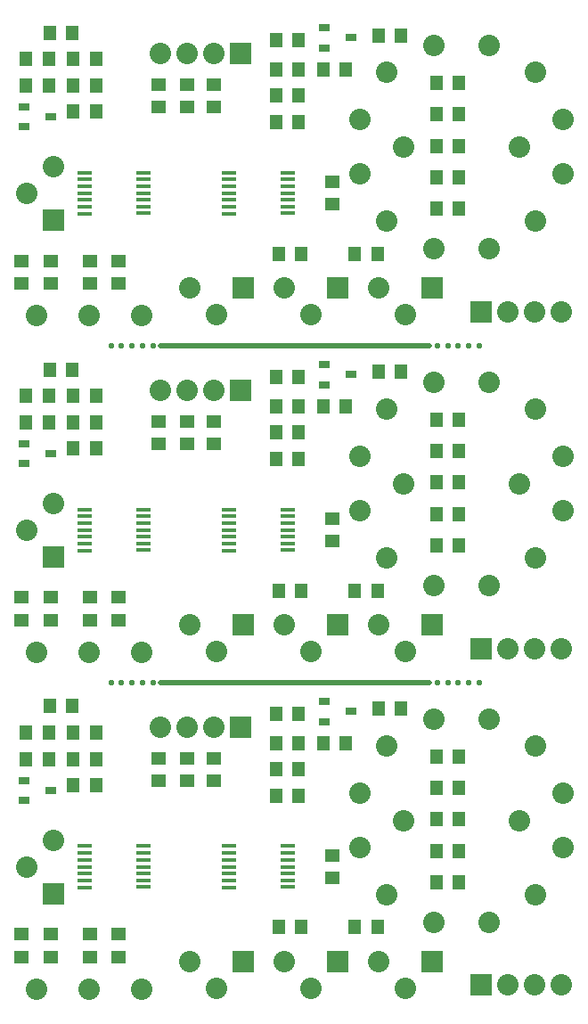
<source format=gts>
G04 (created by PCBNEW (2013-07-07 BZR 4022)-stable) date 2014-08-05 10:31:38 AM*
%MOIN*%
G04 Gerber Fmt 3.4, Leading zero omitted, Abs format*
%FSLAX34Y34*%
G01*
G70*
G90*
G04 APERTURE LIST*
%ADD10C,0.00590551*%
%ADD11O,1.0252X0.0212598*%
%ADD12C,0.0802748*%
%ADD13R,0.0409748X0.0291748*%
%ADD14R,0.0565748X0.0465748*%
%ADD15R,0.0465748X0.0565748*%
%ADD16R,0.0802748X0.0802748*%
%ADD17C,0.080315*%
%ADD18R,0.0527748X0.0133748*%
%ADD19C,0.0212598*%
G04 APERTURE END LIST*
G54D10*
G54D11*
X21259Y-32874D03*
X21259Y-20275D03*
G54D12*
X13543Y-44330D03*
X11574Y-44330D03*
X15511Y-44330D03*
G54D13*
X12114Y-36909D03*
X11114Y-37284D03*
X11114Y-36534D03*
G54D14*
X17224Y-36547D03*
X17224Y-35697D03*
G54D15*
X26543Y-40354D03*
X27393Y-40354D03*
X26543Y-39173D03*
X27393Y-39173D03*
X26543Y-37992D03*
X27393Y-37992D03*
X26543Y-36811D03*
X27393Y-36811D03*
X26543Y-35629D03*
X27393Y-35629D03*
X12960Y-36712D03*
X13810Y-36712D03*
X11189Y-34744D03*
X12039Y-34744D03*
X12960Y-34744D03*
X13810Y-34744D03*
G54D14*
X18208Y-36547D03*
X18208Y-35697D03*
G54D15*
X21389Y-37106D03*
X20539Y-37106D03*
G54D14*
X14665Y-42291D03*
X14665Y-43141D03*
G54D15*
X12960Y-35728D03*
X13810Y-35728D03*
G54D14*
X13582Y-43141D03*
X13582Y-42291D03*
G54D15*
X11189Y-35728D03*
X12039Y-35728D03*
X12075Y-33759D03*
X12925Y-33759D03*
G54D16*
X19216Y-34547D03*
G54D12*
X18216Y-34547D03*
X17216Y-34547D03*
X16216Y-34547D03*
G54D17*
X23677Y-37011D03*
X24696Y-35248D03*
X26460Y-34228D03*
X28500Y-34228D03*
X30263Y-35248D03*
X31283Y-37011D03*
X29645Y-38031D03*
X25314Y-38031D03*
X23677Y-39051D03*
X24696Y-40814D03*
X26460Y-41834D03*
X28500Y-41834D03*
X30263Y-40814D03*
X31283Y-39051D03*
G54D13*
X23334Y-33956D03*
X22334Y-34331D03*
X22334Y-33581D03*
G54D15*
X22311Y-35137D03*
X23161Y-35137D03*
X24378Y-33858D03*
X25228Y-33858D03*
G54D14*
X22637Y-39338D03*
X22637Y-40188D03*
G54D15*
X20539Y-35137D03*
X21389Y-35137D03*
X21389Y-36122D03*
X20539Y-36122D03*
X20539Y-34055D03*
X21389Y-34055D03*
G54D12*
X18307Y-44307D03*
X17307Y-43307D03*
G54D16*
X19307Y-43307D03*
G54D12*
X21850Y-44307D03*
X20850Y-43307D03*
G54D16*
X22850Y-43307D03*
G54D12*
X25393Y-44307D03*
X24393Y-43307D03*
G54D16*
X26393Y-43307D03*
G54D12*
X11204Y-39763D03*
X12204Y-38763D03*
G54D16*
X12204Y-40763D03*
G54D14*
X12106Y-43141D03*
X12106Y-42291D03*
X11023Y-43141D03*
X11023Y-42291D03*
X16141Y-36547D03*
X16141Y-35697D03*
G54D16*
X28224Y-44192D03*
G54D12*
X29224Y-44192D03*
X30224Y-44192D03*
X31224Y-44192D03*
G54D15*
X23492Y-42027D03*
X24342Y-42027D03*
X20637Y-42027D03*
X21487Y-42027D03*
G54D18*
X20981Y-40523D03*
X20981Y-40273D03*
X20981Y-40013D03*
X20981Y-39763D03*
X20981Y-39503D03*
X20981Y-39248D03*
X20981Y-38993D03*
X18781Y-38993D03*
X18781Y-39248D03*
X18781Y-39503D03*
X18781Y-39763D03*
X18781Y-40018D03*
X18781Y-40273D03*
X18781Y-40528D03*
X15568Y-40523D03*
X15568Y-40273D03*
X15568Y-40013D03*
X15568Y-39763D03*
X15568Y-39503D03*
X15568Y-39248D03*
X15568Y-38993D03*
X13368Y-38993D03*
X13368Y-39248D03*
X13368Y-39503D03*
X13368Y-39763D03*
X13368Y-40018D03*
X13368Y-40273D03*
X13368Y-40528D03*
X15568Y-27925D03*
X15568Y-27675D03*
X15568Y-27415D03*
X15568Y-27165D03*
X15568Y-26905D03*
X15568Y-26650D03*
X15568Y-26395D03*
X13368Y-26395D03*
X13368Y-26650D03*
X13368Y-26905D03*
X13368Y-27165D03*
X13368Y-27420D03*
X13368Y-27675D03*
X13368Y-27930D03*
X20981Y-27925D03*
X20981Y-27675D03*
X20981Y-27415D03*
X20981Y-27165D03*
X20981Y-26905D03*
X20981Y-26650D03*
X20981Y-26395D03*
X18781Y-26395D03*
X18781Y-26650D03*
X18781Y-26905D03*
X18781Y-27165D03*
X18781Y-27420D03*
X18781Y-27675D03*
X18781Y-27930D03*
G54D15*
X20637Y-29429D03*
X21487Y-29429D03*
X23492Y-29429D03*
X24342Y-29429D03*
G54D16*
X28224Y-31594D03*
G54D12*
X29224Y-31594D03*
X30224Y-31594D03*
X31224Y-31594D03*
G54D14*
X16141Y-23948D03*
X16141Y-23098D03*
X11023Y-30543D03*
X11023Y-29693D03*
X12106Y-30543D03*
X12106Y-29693D03*
G54D12*
X11204Y-27165D03*
X12204Y-26165D03*
G54D16*
X12204Y-28165D03*
G54D12*
X25393Y-31708D03*
X24393Y-30708D03*
G54D16*
X26393Y-30708D03*
G54D12*
X21850Y-31708D03*
X20850Y-30708D03*
G54D16*
X22850Y-30708D03*
G54D12*
X18307Y-31708D03*
X17307Y-30708D03*
G54D16*
X19307Y-30708D03*
G54D15*
X20539Y-21456D03*
X21389Y-21456D03*
X21389Y-23523D03*
X20539Y-23523D03*
X20539Y-22539D03*
X21389Y-22539D03*
G54D14*
X22637Y-26740D03*
X22637Y-27590D03*
G54D15*
X24378Y-21259D03*
X25228Y-21259D03*
X22311Y-22539D03*
X23161Y-22539D03*
G54D13*
X23334Y-21358D03*
X22334Y-21733D03*
X22334Y-20983D03*
G54D17*
X23677Y-24413D03*
X24696Y-22649D03*
X26460Y-21629D03*
X28500Y-21629D03*
X30263Y-22649D03*
X31283Y-24413D03*
X29645Y-25433D03*
X25314Y-25433D03*
X23677Y-26452D03*
X24696Y-28216D03*
X26460Y-29236D03*
X28500Y-29236D03*
X30263Y-28216D03*
X31283Y-26452D03*
G54D16*
X19216Y-21948D03*
G54D12*
X18216Y-21948D03*
X17216Y-21948D03*
X16216Y-21948D03*
G54D15*
X12075Y-21161D03*
X12925Y-21161D03*
X11189Y-23129D03*
X12039Y-23129D03*
G54D14*
X13582Y-30543D03*
X13582Y-29693D03*
G54D15*
X12960Y-23129D03*
X13810Y-23129D03*
G54D14*
X14665Y-29693D03*
X14665Y-30543D03*
G54D15*
X21389Y-24507D03*
X20539Y-24507D03*
G54D14*
X18208Y-23948D03*
X18208Y-23098D03*
G54D15*
X12960Y-22145D03*
X13810Y-22145D03*
X11189Y-22145D03*
X12039Y-22145D03*
X12960Y-24114D03*
X13810Y-24114D03*
X26543Y-23031D03*
X27393Y-23031D03*
X26543Y-24212D03*
X27393Y-24212D03*
X26543Y-25393D03*
X27393Y-25393D03*
X26543Y-26574D03*
X27393Y-26574D03*
X26543Y-27755D03*
X27393Y-27755D03*
G54D14*
X17224Y-23948D03*
X17224Y-23098D03*
G54D13*
X12114Y-24311D03*
X11114Y-24686D03*
X11114Y-23936D03*
G54D12*
X13543Y-31732D03*
X11574Y-31732D03*
X15511Y-31732D03*
X13543Y-19133D03*
X11574Y-19133D03*
X15511Y-19133D03*
G54D13*
X12114Y-11712D03*
X11114Y-12087D03*
X11114Y-11337D03*
G54D14*
X17224Y-11350D03*
X17224Y-10500D03*
G54D15*
X26543Y-15157D03*
X27393Y-15157D03*
X26543Y-13976D03*
X27393Y-13976D03*
X26543Y-12795D03*
X27393Y-12795D03*
X26543Y-11614D03*
X27393Y-11614D03*
X26543Y-10433D03*
X27393Y-10433D03*
X12960Y-11515D03*
X13810Y-11515D03*
X11189Y-9547D03*
X12039Y-9547D03*
X12960Y-9547D03*
X13810Y-9547D03*
G54D14*
X18208Y-11350D03*
X18208Y-10500D03*
G54D15*
X21389Y-11909D03*
X20539Y-11909D03*
G54D14*
X14665Y-17094D03*
X14665Y-17944D03*
G54D15*
X12960Y-10531D03*
X13810Y-10531D03*
G54D14*
X13582Y-17944D03*
X13582Y-17094D03*
G54D15*
X11189Y-10531D03*
X12039Y-10531D03*
X12075Y-8562D03*
X12925Y-8562D03*
G54D16*
X19216Y-9350D03*
G54D12*
X18216Y-9350D03*
X17216Y-9350D03*
X16216Y-9350D03*
G54D17*
X23677Y-11814D03*
X24696Y-10051D03*
X26460Y-9031D03*
X28500Y-9031D03*
X30263Y-10051D03*
X31283Y-11814D03*
X29645Y-12834D03*
X25314Y-12834D03*
X23677Y-13854D03*
X24696Y-15618D03*
X26460Y-16637D03*
X28500Y-16637D03*
X30263Y-15618D03*
X31283Y-13854D03*
G54D13*
X23334Y-8759D03*
X22334Y-9134D03*
X22334Y-8384D03*
G54D15*
X22311Y-9940D03*
X23161Y-9940D03*
X24378Y-8661D03*
X25228Y-8661D03*
G54D14*
X22637Y-14141D03*
X22637Y-14991D03*
G54D15*
X20539Y-9940D03*
X21389Y-9940D03*
X21389Y-10925D03*
X20539Y-10925D03*
X20539Y-8858D03*
X21389Y-8858D03*
G54D12*
X18307Y-19110D03*
X17307Y-18110D03*
G54D16*
X19307Y-18110D03*
G54D12*
X21850Y-19110D03*
X20850Y-18110D03*
G54D16*
X22850Y-18110D03*
G54D12*
X25393Y-19110D03*
X24393Y-18110D03*
G54D16*
X26393Y-18110D03*
G54D12*
X11204Y-14566D03*
X12204Y-13566D03*
G54D16*
X12204Y-15566D03*
G54D14*
X12106Y-17944D03*
X12106Y-17094D03*
X11023Y-17944D03*
X11023Y-17094D03*
X16141Y-11350D03*
X16141Y-10500D03*
G54D16*
X28224Y-18996D03*
G54D12*
X29224Y-18996D03*
X30224Y-18996D03*
X31224Y-18996D03*
G54D15*
X23492Y-16830D03*
X24342Y-16830D03*
X20637Y-16830D03*
X21487Y-16830D03*
G54D18*
X20981Y-15326D03*
X20981Y-15076D03*
X20981Y-14816D03*
X20981Y-14566D03*
X20981Y-14306D03*
X20981Y-14051D03*
X20981Y-13796D03*
X18781Y-13796D03*
X18781Y-14051D03*
X18781Y-14306D03*
X18781Y-14566D03*
X18781Y-14821D03*
X18781Y-15076D03*
X18781Y-15331D03*
X15568Y-15326D03*
X15568Y-15076D03*
X15568Y-14816D03*
X15568Y-14566D03*
X15568Y-14306D03*
X15568Y-14051D03*
X15568Y-13796D03*
X13368Y-13796D03*
X13368Y-14051D03*
X13368Y-14306D03*
X13368Y-14566D03*
X13368Y-14821D03*
X13368Y-15076D03*
X13368Y-15331D03*
G54D19*
X14370Y-20275D03*
X14763Y-20275D03*
X15157Y-20275D03*
X15551Y-20275D03*
X15944Y-20275D03*
X26574Y-20275D03*
X26968Y-20275D03*
X27362Y-20275D03*
X27755Y-20275D03*
X28149Y-20275D03*
X14370Y-32874D03*
X14763Y-32874D03*
X15157Y-32874D03*
X15551Y-32874D03*
X15944Y-32874D03*
X26574Y-32874D03*
X26968Y-32874D03*
X27362Y-32874D03*
X27755Y-32874D03*
X28149Y-32874D03*
M02*

</source>
